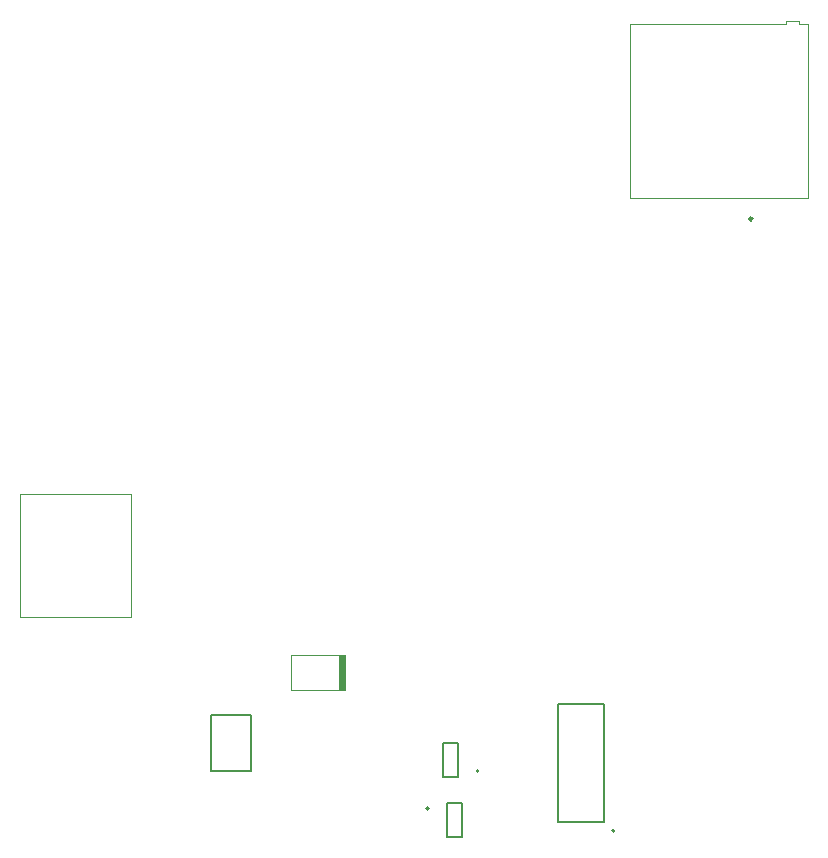
<source format=gbr>
%TF.GenerationSoftware,Altium Limited,Altium Designer,21.3.2 (30)*%
G04 Layer_Color=16711935*
%FSLAX24Y24*%
%MOIN*%
%TF.SameCoordinates,A906CF50-EBD2-4515-BF13-6977FA7C699A*%
%TF.FilePolarity,Positive*%
%TF.FileFunction,Other,Mechanical_13*%
%TF.Part,Single*%
G01*
G75*
%TA.AperFunction,NonConductor*%
%ADD47C,0.0094*%
%ADD48C,0.0079*%
%ADD68C,0.0050*%
%ADD71C,0.0047*%
%ADD91C,0.0039*%
%ADD92R,0.0244X0.1150*%
D47*
X35419Y47779D02*
G03*
X35419Y47779I-47J0D01*
G01*
D48*
X26295Y29376D02*
G03*
X26295Y29376I-39J0D01*
G01*
X30822Y27384D02*
G03*
X30822Y27384I-39J0D01*
G01*
X24634Y28124D02*
G03*
X24634Y28124I-39J0D01*
G01*
D68*
X25606Y29179D02*
Y30321D01*
X25094D02*
X25606D01*
X25094Y29179D02*
Y30321D01*
Y29179D02*
X25606D01*
X28932Y31618D02*
X30468D01*
X28932Y27682D02*
Y31618D01*
Y27682D02*
X30468D01*
Y31618D01*
X25244Y27179D02*
Y28321D01*
Y27179D02*
X25756D01*
Y28321D01*
X25244D02*
X25756D01*
X17377Y29367D02*
X18723D01*
Y31233D01*
X17377D02*
X18723D01*
X17377Y29367D02*
Y31233D01*
D71*
X14703Y34503D02*
Y38597D01*
X11022Y34503D02*
X14703D01*
X11022D02*
Y38597D01*
X14703D01*
D91*
X31336Y54267D02*
X36552D01*
X31336Y48460D02*
Y54267D01*
Y48460D02*
X37261D01*
X36552Y54267D02*
Y54365D01*
X36985D01*
Y54267D02*
Y54365D01*
Y54267D02*
X37261D01*
Y48460D02*
Y54267D01*
X20044Y32075D02*
Y33225D01*
X21856Y32075D02*
Y33225D01*
X20044D02*
X21856D01*
X20044Y32075D02*
X21856D01*
D92*
X21734Y32650D02*
D03*
%TF.MD5,cf8257678c49e16865397be63dab2243*%
M02*

</source>
